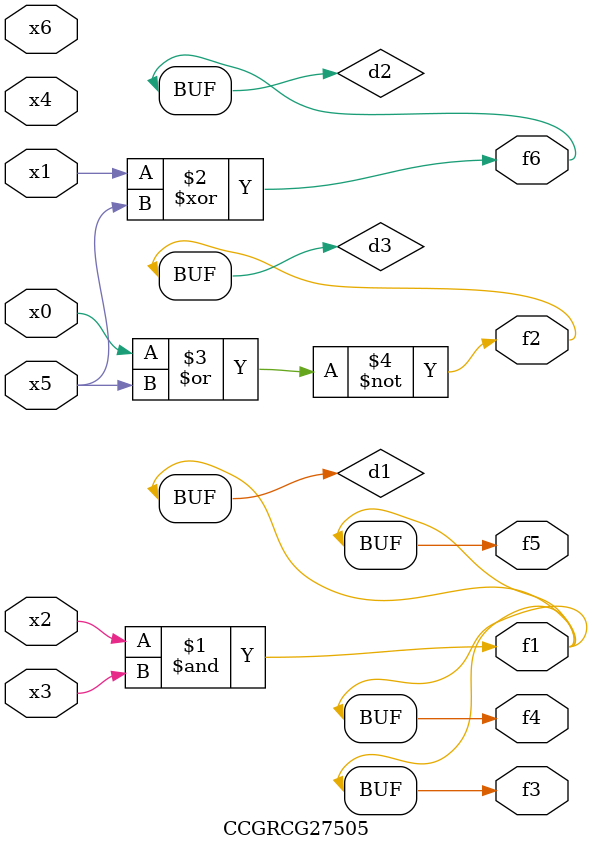
<source format=v>
module CCGRCG27505(
	input x0, x1, x2, x3, x4, x5, x6,
	output f1, f2, f3, f4, f5, f6
);

	wire d1, d2, d3;

	and (d1, x2, x3);
	xor (d2, x1, x5);
	nor (d3, x0, x5);
	assign f1 = d1;
	assign f2 = d3;
	assign f3 = d1;
	assign f4 = d1;
	assign f5 = d1;
	assign f6 = d2;
endmodule

</source>
